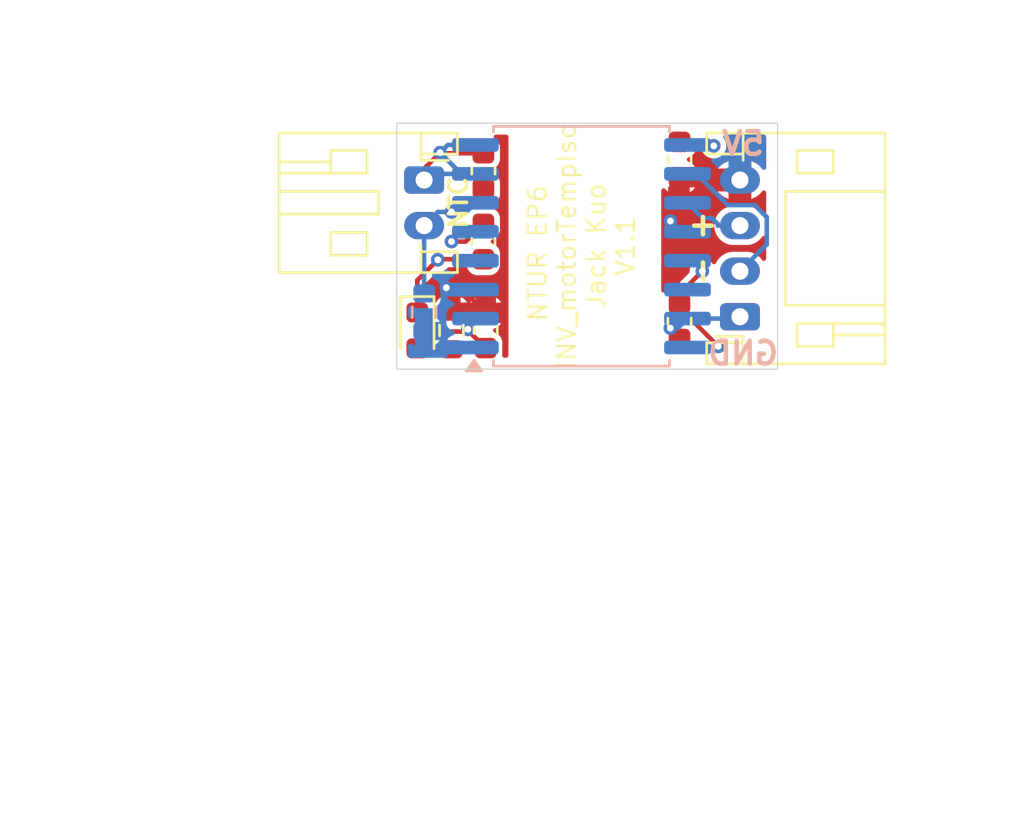
<source format=kicad_pcb>
(kicad_pcb (version 20240108) (generator "pcbnew") (generator_version "8.0")
  (title_block (title "INV_MotorTempIso") (date "2025-02-22") (rev "1.1") (company "NTURacing") (comment 1 "Jack Kuo 郭哲明"))
  (layers (0 "F.Cu" signal) (1 "In1.Cu" signal) (2 "In2.Cu" signal) (31 "B.Cu" signal) (34 "B.Paste" user) (35 "F.Paste" user) (36 "B.SilkS" user "B.Silkscreen") (37 "F.SilkS" user "F.Silkscreen") (38 "B.Mask" user) (39 "F.Mask" user) (44 "Edge.Cuts" user))
  (net 0 "")
  (net 1 "GND")
  (net 2 "+5V")
  (net 3 "/ISO_5V")
  (net 4 "/ISO_GND")
  (net 5 "Net-(D1-A)")
  (net 6 "/temp+")
  (net 7 "/temp-")
  (net 8 "Net-(U1-DCDC_IN)")
  (net 9 "Net-(J1-Pin_2)")
  (net 10 "Net-(U1-HLDO_OUT)")
  (footprint "LED_SMD:LED_0603_1608Metric" (layer "F.Cu") (at 123.3 97.1 -90)
    (property "Reference" "D1" (hide yes))
    (property "Value" "RED LED")
    (fp_line (start -1.485 0.735) (end 0.8 0.735) (stroke (width 0.12)) (layer "F.SilkS"))
    (fp_line (start -1.485 -0.735) (end -1.485 0.735) (stroke (width 0.12)) (layer "F.SilkS"))
    (fp_line (start 0.8 -0.735) (end -1.485 -0.735) (stroke (width 0.12)) (layer "F.SilkS"))
    (pad "1" smd roundrect (at -0.7875 0 270) (size 0.875 0.95) (layers "F.Cu" "F.Paste" "F.Mask") (net 4 "/ISO_GND"))
    (pad "2" smd roundrect (at 0.7875 0 270) (size 0.875 0.95) (layers "F.Cu" "F.Paste" "F.Mask") (net 5 "Net-(D1-A)"))
  )
  (footprint "Capacitor_SMD:C_0603_1608Metric" (layer "F.Cu") (at 134.8 96.7 -90)
    (property "Reference" "C11" (hide yes))
    (property "Value" "0u1")
    (fp_line (start -0.14058 0.51) (end 0.14058 0.51) (stroke (width 0.12)) (layer "F.SilkS"))
    (fp_line (start -0.14058 -0.51) (end 0.14058 -0.51) (stroke (width 0.12)) (layer "F.SilkS"))
    (pad "1" smd roundrect (at -0.775 0 270) (size 0.9 0.95) (layers "F.Cu" "F.Paste" "F.Mask") (net 8 "Net-(U1-DCDC_IN)"))
    (pad "2" smd roundrect (at 0.775 0 270) (size 0.9 0.95) (layers "F.Cu" "F.Paste" "F.Mask") (net 1 "GND"))
  )
  (footprint "Capacitor_SMD:C_0603_1608Metric" (layer "F.Cu") (at 126.2 90.1 90)
    (property "Reference" "C13" (hide yes))
    (property "Value" "0u1")
    (fp_line (start -0.14058 -0.51) (end 0.14058 -0.51) (stroke (width 0.12)) (layer "F.SilkS"))
    (fp_line (start -0.14058 0.51) (end 0.14058 0.51) (stroke (width 0.12)) (layer "F.SilkS"))
    (pad "1" smd roundrect (at -0.775 0 90) (size 0.9 0.95) (layers "F.Cu" "F.Paste" "F.Mask") (net 9 "Net-(J1-Pin_2)"))
    (pad "2" smd roundrect (at 0.775 0 90) (size 0.9 0.95) (layers "F.Cu" "F.Paste" "F.Mask") (net 4 "/ISO_GND"))
  )
  (footprint "Resistor_SMD:R_0603_1608Metric" (layer "F.Cu") (at 124.8 97.1 -90)
    (property "Reference" "R1" (hide yes))
    (property "Value" "10k")
    (fp_line (start -0.237258 0.5225) (end 0.237258 0.5225) (stroke (width 0.12)) (layer "F.SilkS"))
    (fp_line (start -0.237258 -0.5225) (end 0.237258 -0.5225) (stroke (width 0.12)) (layer "F.SilkS"))
    (pad "1" smd roundrect (at -0.825 0 270) (size 0.8 0.95) (layers "F.Cu" "F.Paste" "F.Mask") (net 3 "/ISO_5V"))
    (pad "2" smd roundrect (at 0.825 0 270) (size 0.8 0.95) (layers "F.Cu" "F.Paste" "F.Mask") (net 5 "Net-(D1-A)"))
  )
  (footprint "Capacitor_SMD:C_0603_1608Metric" (layer "F.Cu") (at 126.2 93.2 -90)
    (property "Reference" "C14" (hide yes))
    (property "Value" "1u")
    (fp_line (start -0.14058 0.51) (end 0.14058 0.51) (stroke (width 0.12)) (layer "F.SilkS"))
    (fp_line (start -0.14058 -0.51) (end 0.14058 -0.51) (stroke (width 0.12)) (layer "F.SilkS"))
    (pad "1" smd roundrect (at -0.775 0 270) (size 0.9 0.95) (layers "F.Cu" "F.Paste" "F.Mask") (net 10 "Net-(U1-HLDO_OUT)"))
    (pad "2" smd roundrect (at 0.775 0 270) (size 0.9 0.95) (layers "F.Cu" "F.Paste" "F.Mask") (net 4 "/ISO_GND"))
  )
  (footprint "Connector_JST:JST_PH_S4B-PH-K_1x04_P2.00mm_Horizontal" (layer "F.Cu") (at 137.45 96.5 90)
    (property "Reference" "J13" (hide yes))
    (property "Value" "motorTemp")
    (fp_line (start 8.06 -1.46) (end 7.14 -1.46) (stroke (width 0.12)) (layer "F.SilkS"))
    (fp_line (start 7.14 -1.46) (end 7.14 0.14) (stroke (width 0.12)) (layer "F.SilkS"))
    (fp_line (start -1.14 -1.46) (end -2.06 -1.46) (stroke (width 0.12)) (layer "F.SilkS"))
    (fp_line (start -2.06 -1.46) (end -2.06 6.36) (stroke (width 0.12)) (layer "F.SilkS"))
    (fp_line (start 8.06 0.14) (end 7.14 0.14) (stroke (width 0.12)) (layer "F.SilkS"))
    (fp_line (start 7.14 0.14) (end 6.86 0.14) (stroke (width 0.12)) (layer "F.SilkS"))
    (fp_line (start -0.86 0.14) (end -0.86 -1.075) (stroke (width 0.12)) (layer "F.SilkS"))
    (fp_line (start -0.86 0.14) (end -1.14 0.14) (stroke (width 0.12)) (layer "F.SilkS"))
    (fp_line (start -1.14 0.14) (end -1.14 -1.46) (stroke (width 0.12)) (layer "F.SilkS"))
    (fp_line (start -2.06 0.14) (end -1.14 0.14) (stroke (width 0.12)) (layer "F.SilkS"))
    (fp_line (start 5.5 2) (end 5.5 6.36) (stroke (width 0.12)) (layer "F.SilkS"))
    (fp_line (start 0.5 2) (end 5.5 2) (stroke (width 0.12)) (layer "F.SilkS"))
    (fp_line (start 7.3 2.5) (end 7.3 4.1) (stroke (width 0.12)) (layer "F.SilkS"))
    (fp_line (start 6.3 2.5) (end 7.3 2.5) (stroke (width 0.12)) (layer "F.SilkS"))
    (fp_line (start -0.3 2.5) (end -1.3 2.5) (stroke (width 0.12)) (layer "F.SilkS"))
    (fp_line (start -1.3 2.5) (end -1.3 4.1) (stroke (width 0.12)) (layer "F.SilkS"))
    (fp_line (start 7.3 4.1) (end 6.3 4.1) (stroke (width 0.12)) (layer "F.SilkS"))
    (fp_line (start 6.3 4.1) (end 6.3 2.5) (stroke (width 0.12)) (layer "F.SilkS"))
    (fp_line (start -0.3 4.1) (end -0.3 2.5) (stroke (width 0.12)) (layer "F.SilkS"))
    (fp_line (start -0.3 4.1) (end -0.3 6.36) (stroke (width 0.12)) (layer "F.SilkS"))
    (fp_line (start -0.8 4.1) (end -0.8 6.36) (stroke (width 0.12)) (layer "F.SilkS"))
    (fp_line (start -1.3 4.1) (end -0.3 4.1) (stroke (width 0.12)) (layer "F.SilkS"))
    (fp_line (start 8.06 6.36) (end 8.06 -1.46) (stroke (width 0.12)) (layer "F.SilkS"))
    (fp_line (start 0.5 6.36) (end 0.5 2) (stroke (width 0.12)) (layer "F.SilkS"))
    (fp_line (start -2.06 6.36) (end 8.06 6.36) (stroke (width 0.12)) (layer "F.SilkS"))
    (pad "1" thru_hole roundrect (at 0 0 90) (size 1.2 1.75) (drill 0.75) (layers "*.Cu" "*.Mask") (roundrect_rratio 0.208333) (net 1 "GND"))
    (pad "2" thru_hole oval (at 2 0 90) (size 1.2 1.75) (drill 0.75) (layers "*.Cu" "*.Mask") (net 7 "/temp-"))
    (pad "3" thru_hole oval (at 4 0 90) (size 1.2 1.75) (drill 0.75) (layers "*.Cu" "*.Mask") (net 6 "/temp+"))
    (pad "4" thru_hole oval (at 6 0 90) (size 1.2 1.75) (drill 0.75) (layers "*.Cu" "*.Mask") (net 2 "+5V"))
  )
  (footprint "Capacitor_SMD:C_0603_1608Metric" (layer "F.Cu") (at 134.8 89.6 90)
    (property "Reference" "C12" (hide yes))
    (property "Value" "1u")
    (fp_line (start -0.14058 -0.51) (end 0.14058 -0.51) (stroke (width 0.12)) (layer "F.SilkS"))
    (fp_line (start -0.14058 0.51) (end 0.14058 0.51) (stroke (width 0.12)) (layer "F.SilkS"))
    (pad "1" smd roundrect (at -0.775 0 90) (size 0.9 0.95) (layers "F.Cu" "F.Paste" "F.Mask") (net 2 "+5V"))
    (pad "2" smd roundrect (at 0.775 0 90) (size 0.9 0.95) (layers "F.Cu" "F.Paste" "F.Mask") (net 1 "GND"))
  )
  (footprint "Connector_JST:JST_PH_S2B-PH-K_1x02_P2.00mm_Horizontal" (layer "F.Cu") (at 123.6 90.5 -90)
    (property "Reference" "J1" (hide yes))
    (property "Value" "motorNTC")
    (fp_line (start -2.06 6.36) (end 4.06 6.36) (stroke (width 0.12)) (layer "F.SilkS"))
    (fp_line (start 0.5 6.36) (end 0.5 2) (stroke (width 0.12)) (layer "F.SilkS"))
    (fp_line (start 4.06 6.36) (end 4.06 -1.46) (stroke (width 0.12)) (layer "F.SilkS"))
    (fp_line (start -1.3 4.1) (end -0.3 4.1) (stroke (width 0.12)) (layer "F.SilkS"))
    (fp_line (start -0.8 4.1) (end -0.8 6.36) (stroke (width 0.12)) (layer "F.SilkS"))
    (fp_line (start -0.3 4.1) (end -0.3 6.36) (stroke (width 0.12)) (layer "F.SilkS"))
    (fp_line (start -0.3 4.1) (end -0.3 2.5) (stroke (width 0.12)) (layer "F.SilkS"))
    (fp_line (start 2.3 4.1) (end 2.3 2.5) (stroke (width 0.12)) (layer "F.SilkS"))
    (fp_line (start 3.3 4.1) (end 2.3 4.1) (stroke (width 0.12)) (layer "F.SilkS"))
    (fp_line (start -1.3 2.5) (end -1.3 4.1) (stroke (width 0.12)) (layer "F.SilkS"))
    (fp_line (start -0.3 2.5) (end -1.3 2.5) (stroke (width 0.12)) (layer "F.SilkS"))
    (fp_line (start 2.3 2.5) (end 3.3 2.5) (stroke (width 0.12)) (layer "F.SilkS"))
    (fp_line (start 3.3 2.5) (end 3.3 4.1) (stroke (width 0.12)) (layer "F.SilkS"))
    (fp_line (start 0.5 2) (end 1.5 2) (stroke (width 0.12)) (layer "F.SilkS"))
    (fp_line (start 1.5 2) (end 1.5 6.36) (stroke (width 0.12)) (layer "F.SilkS"))
    (fp_line (start -2.06 0.14) (end -1.14 0.14) (stroke (width 0.12)) (layer "F.SilkS"))
    (fp_line (start -1.14 0.14) (end -1.14 -1.46) (stroke (width 0.12)) (layer "F.SilkS"))
    (fp_line (start -0.86 0.14) (end -1.14 0.14) (stroke (width 0.12)) (layer "F.SilkS"))
    (fp_line (start -0.86 0.14) (end -0.86 -1.075) (stroke (width 0.12)) (layer "F.SilkS"))
    (fp_line (start 3.14 0.14) (end 2.86 0.14) (stroke (width 0.12)) (layer "F.SilkS"))
    (fp_line (start 4.06 0.14) (end 3.14 0.14) (stroke (width 0.12)) (layer "F.SilkS"))
    (fp_line (start -2.06 -1.46) (end -2.06 6.36) (stroke (width 0.12)) (layer "F.SilkS"))
    (fp_line (start -1.14 -1.46) (end -2.06 -1.46) (stroke (width 0.12)) (layer "F.SilkS"))
    (fp_line (start 3.14 -1.46) (end 3.14 0.14) (stroke (width 0.12)) (layer "F.SilkS"))
    (fp_line (start 4.06 -1.46) (end 3.14 -1.46) (stroke (width 0.12)) (layer "F.SilkS"))
    (pad "1" thru_hole roundrect (at 0 0 270) (size 1.2 1.75) (drill 0.75) (layers "*.Cu" "*.Mask") (roundrect_rratio 0.208333) (net 4 "/ISO_GND"))
    (pad "2" thru_hole oval (at 2 0 270) (size 1.2 1.75) (drill 0.75) (layers "*.Cu" "*.Mask") (net 9 "Net-(J1-Pin_2)"))
  )
  (footprint "Capacitor_SMD:C_0603_1608Metric" (layer "F.Cu") (at 126.3 97.1 -90)
    (property "Reference" "C10" (hide yes))
    (property "Value" "220n")
    (fp_line (start -0.14058 0.51) (end 0.14058 0.51) (stroke (width 0.12)) (layer "F.SilkS"))
    (fp_line (start -0.14058 -0.51) (end 0.14058 -0.51) (stroke (width 0.12)) (layer "F.SilkS"))
    (pad "1" smd roundrect (at -0.775 0 270) (size 0.9 0.95) (layers "F.Cu" "F.Paste" "F.Mask") (net 3 "/ISO_5V"))
    (pad "2" smd roundrect (at 0.775 0 270) (size 0.9 0.95) (layers "F.Cu" "F.Paste" "F.Mask") (net 4 "/ISO_GND"))
  )
  (footprint "Package_SO:SOIC-16W_7.5x10.3mm_P1.27mm" (layer "B.Cu") (at 130.5 93.405)
    (property "Reference" "U1" (hide yes))
    (property "Value" "AMC3311")
    (fp_line (start -3.86 -5.26) (end 0 -5.26) (stroke (width 0.12)) (layer "B.SilkS"))
    (fp_line (start -3.86 -5.005) (end -3.86 -5.26) (stroke (width 0.12)) (layer "B.SilkS"))
    (fp_line (start -3.86 5.005) (end -3.86 5.26) (stroke (width 0.12)) (layer "B.SilkS"))
    (fp_line (start -3.86 5.26) (end 0 5.26) (stroke (width 0.12)) (layer "B.SilkS"))
    (fp_line (start 3.86 -5.26) (end 0 -5.26) (stroke (width 0.12)) (layer "B.SilkS"))
    (fp_line (start 3.86 -5.005) (end 3.86 -5.26) (stroke (width 0.12)) (layer "B.SilkS"))
    (fp_line (start 3.86 5.005) (end 3.86 5.26) (stroke (width 0.12)) (layer "B.SilkS"))
    (fp_line (start 3.86 5.26) (end 0 5.26) (stroke (width 0.12)) (layer "B.SilkS"))
    (fp_poly (pts (xy -4.7125 5.005) (xy -5.0525 5.475) (xy -4.3725 5.475) (xy -4.7125 5.005)) (stroke (width 0.12)) (fill solid) (layer "B.SilkS"))
    (pad "1" smd roundrect (at -4.65 4.445) (size 2.05 0.6) (layers "B.Cu" "B.Paste" "B.Mask") (net 3 "/ISO_5V"))
    (pad "2" smd roundrect (at -4.65 3.175) (size 2.05 0.6) (layers "B.Cu" "B.Paste" "B.Mask") (net 4 "/ISO_GND"))
    (pad "3" smd roundrect (at -4.65 1.905) (size 2.05 0.6) (layers "B.Cu" "B.Paste" "B.Mask") (net 3 "/ISO_5V"))
    (pad "4" smd roundrect (at -4.65 0.635) (size 2.05 0.6) (layers "B.Cu" "B.Paste" "B.Mask"))
    (pad "5" smd roundrect (at -4.65 -0.635) (size 2.05 0.6) (layers "B.Cu" "B.Paste" "B.Mask") (net 10 "Net-(U1-HLDO_OUT)"))
    (pad "6" smd roundrect (at -4.65 -1.905) (size 2.05 0.6) (layers "B.Cu" "B.Paste" "B.Mask") (net 9 "Net-(J1-Pin_2)"))
    (pad "7" smd roundrect (at -4.65 -3.175) (size 2.05 0.6) (layers "B.Cu" "B.Paste" "B.Mask") (net 4 "/ISO_GND"))
    (pad "8" smd roundrect (at -4.65 -4.445) (size 2.05 0.6) (layers "B.Cu" "B.Paste" "B.Mask") (net 4 "/ISO_GND"))
    (pad "9" smd roundrect (at 4.65 -4.445) (size 2.05 0.6) (layers "B.Cu" "B.Paste" "B.Mask") (net 1 "GND"))
    (pad "10" smd roundrect (at 4.65 -3.175) (size 2.05 0.6) (layers "B.Cu" "B.Paste" "B.Mask") (net 7 "/temp-"))
    (pad "11" smd roundrect (at 4.65 -1.905) (size 2.05 0.6) (layers "B.Cu" "B.Paste" "B.Mask") (net 6 "/temp+"))
    (pad "12" smd roundrect (at 4.65 -0.635) (size 2.05 0.6) (layers "B.Cu" "B.Paste" "B.Mask") (net 2 "+5V"))
    (pad "13" smd roundrect (at 4.65 0.635) (size 2.05 0.6) (layers "B.Cu" "B.Paste" "B.Mask") (net 8 "Net-(U1-DCDC_IN)"))
    (pad "14" smd roundrect (at 4.65 1.905) (size 2.05 0.6) (layers "B.Cu" "B.Paste" "B.Mask"))
    (pad "15" smd roundrect (at 4.65 3.175) (size 2.05 0.6) (layers "B.Cu" "B.Paste" "B.Mask") (net 1 "GND"))
    (pad "16" smd roundrect (at 4.65 4.445) (size 2.05 0.6) (layers "B.Cu" "B.Paste" "B.Mask") (net 8 "Net-(U1-DCDC_IN)"))
  )
  (footprint "Resistor_SMD:R_0603_1608Metric" (layer "B.Cu") (at 123.6 96.3 90)
    (property "Reference" "R2" (hide yes))
    (property "Value" "1k")
    (fp_line (start 0.237258 -0.5225) (end -0.237258 -0.5225) (stroke (width 0.12)) (layer "B.SilkS"))
    (fp_line (start 0.237258 0.5225) (end -0.237258 0.5225) (stroke (width 0.12)) (layer "B.SilkS"))
    (pad "1" smd roundrect (at -0.825 0 90) (size 0.8 0.95) (layers "B.Cu" "B.Paste" "B.Mask") (net 3 "/ISO_5V"))
    (pad "2" smd roundrect (at 0.825 0 90) (size 0.8 0.95) (layers "B.Cu" "B.Paste" "B.Mask") (net 9 "Net-(J1-Pin_2)"))
  )
  (gr_rect (start 122.4 88.005) (end 139.1 98.8) (stroke (width 0.05)) (fill none) (layer "Edge.Cuts"))
  (gr_text "5V" (at 137.59 88.9 0) (layer "B.SilkS") (effects (font (size 1 1) (thickness 0.2) (bold yes)) (justify mirror)))
  (gr_text "GND" (at 137.59 98.1 0) (layer "B.SilkS") (effects (font (size 1 1) (thickness 0.2) (bold yes)) (justify mirror)))
  (gr_text "+ -" (at 135.9 93.5 -90) (layer "F.SilkS") (effects (font (size 1 1) (thickness 0.2) (bold yes))))
  (gr_text "NTUR EP6 \nINV_motorTempIso\nJack Kuo\nV1.1" (at 130.5 93.405 90) (layer "F.SilkS") (effects (font (size 0.8 0.8) (thickness 0.1))))
  (gr_text "NTC" (at 125.1 91.5 90) (layer "F.SilkS") (effects (font (size 0.8 0.8) (thickness 0.16) (bold yes))))
  (segment (start 134.8 97.4) (end 134.4 97) (width 0.2) (layer "F.Cu") (net 1))
  (segment (start 136.125 88.825) (end 134.8 88.825) (width 0.2) (layer "F.Cu") (net 1))
  (segment (start 134.8 97.475) (end 134.8 97.4) (width 0.2) (layer "F.Cu") (net 1))
  (segment (start 136.3 89) (end 136.125 88.825) (width 0.2) (layer "F.Cu") (net 1))
  (via (at 136.3 89) (size 0.6) (drill 0.3) (layers "F.Cu" "B.Cu") (net 1))
  (via (at 134.4 97) (size 0.6) (drill 0.3) (layers "F.Cu" "B.Cu") (net 1))
  (segment (start 136.26 88.96) (end 135.15 88.96) (width 0.2) (layer "B.Cu") (net 1))
  (segment (start 134.4 97) (end 134.73 97) (width 0.2) (layer "B.Cu") (net 1))
  (segment (start 135.15 96.58) (end 137.37 96.58) (width 0.2) (layer "B.Cu") (net 1))
  (segment (start 137.37 96.58) (end 137.45 96.5) (width 0.2) (layer "B.Cu") (net 1))
  (segment (start 136.3 89) (end 136.26 88.96) (width 0.2) (layer "B.Cu") (net 1))
  (segment (start 134.73 97) (end 135.15 96.58) (width 0.2) (layer "B.Cu") (net 1))
  (segment (start 134.4 92.3) (end 134.4 90.875) (width 0.2) (layer "F.Cu") (net 2))
  (segment (start 134.4 90.875) (end 134.8 90.475) (width 0.2) (layer "F.Cu") (net 2))
  (via (at 134.4 92.3) (size 0.6) (drill 0.3) (layers "F.Cu" "B.Cu") (net 2))
  (segment (start 135.15 92.77) (end 134.87 92.77) (width 0.2) (layer "B.Cu") (net 2))
  (segment (start 134.87 92.77) (end 134.4 92.3) (width 0.2) (layer "B.Cu") (net 2))
  (segment (start 125.200645 95.225645) (end 126.3 96.325) (width 0.2) (layer "F.Cu") (net 3))
  (segment (start 124.574121 95.225645) (end 125.200645 95.225645) (width 0.2) (layer "F.Cu") (net 3))
  (via (at 124.574121 95.225645) (size 0.6) (drill 0.3) (layers "F.Cu" "B.Cu") (net 3))
  (segment (start 123.6 90.5) (end 123.6 90) (width 0.2) (layer "F.Cu") (net 4))
  (segment (start 123.3 94.9) (end 124.2 94) (width 0.2) (layer "F.Cu") (net 4))
  (segment (start 125.575 97.15) (end 124.1375 97.15) (width 0.2) (layer "F.Cu") (net 4))
  (segment (start 126.2 93.975) (end 124.225 93.975) (width 0.2) (layer "F.Cu") (net 4))
  (segment (start 124.325 89.325) (end 124.3 89.3) (width 0.2) (layer "F.Cu") (net 4))
  (segment (start 124.225 93.975) (end 124.2 94) (width 0.2) (layer "F.Cu") (net 4))
  (segment (start 124.1375 97.15) (end 123.3 96.3125) (width 0.2) (layer "F.Cu") (net 4))
  (segment (start 123.3 96.3125) (end 123.3 94.9) (width 0.2) (layer "F.Cu") (net 4))
  (segment (start 126.2 89.325) (end 124.325 89.325) (width 0.2) (layer "F.Cu") (net 4))
  (segment (start 123.6 90) (end 124.3 89.3) (width 0.2) (layer "F.Cu") (net 4))
  (segment (start 126.3 97.875) (end 125.575 97.15) (width 0.2) (layer "F.Cu") (net 4))
  (via (at 125.519136 97.050001) (size 0.6) (drill 0.3) (layers "F.Cu" "B.Cu") (net 4))
  (via (at 124.3 89.3) (size 0.6) (drill 0.3) (layers "F.Cu" "B.Cu") (net 4))
  (via (at 124.2 94) (size 0.6) (drill 0.3) (layers "F.Cu" "B.Cu") (net 4))
  (segment (start 125.85 96.58) (end 125.85 96.719137) (width 0.2) (layer "B.Cu") (net 4))
  (segment (start 125.85 88.96) (end 124.64 88.96) (width 0.2) (layer "B.Cu") (net 4))
  (segment (start 123.87 90.23) (end 123.6 90.5) (width 0.2) (layer "B.Cu") (net 4))
  (segment (start 125.85 90.23) (end 125.23 90.23) (width 0.2) (layer "B.Cu") (net 4))
  (segment (start 125.23 90.23) (end 124.3 89.3) (width 0.2) (layer "B.Cu") (net 4))
  (segment (start 125.85 90.23) (end 123.87 90.23) (width 0.2) (layer "B.Cu") (net 4))
  (segment (start 124.64 88.96) (end 124.3 89.3) (width 0.2) (layer "B.Cu") (net 4))
  (segment (start 125.85 96.719137) (end 125.519136 97.050001) (width 0.2) (layer "B.Cu") (net 4))
  (segment (start 123.3 97.8875) (end 124.7625 97.8875) (width 0.2) (layer "F.Cu") (net 5))
  (segment (start 124.7625 97.8875) (end 124.8 97.925) (width 0.2) (layer "F.Cu") (net 5))
  (segment (start 136.475 92.429448) (end 136.215552 92.17) (width 0.2) (layer "B.Cu") (net 6))
  (segment (start 136.215552 92.17) (end 135.82 92.17) (width 0.2) (layer "B.Cu") (net 6))
  (segment (start 136.475 92.5) (end 136.475 92.429448) (width 0.2) (layer "B.Cu") (net 6))
  (segment (start 135.82 92.17) (end 135.15 91.5) (width 0.2) (layer "B.Cu") (net 6))
  (segment (start 137.45 92.5) (end 136.475 92.5) (width 0.2) (layer "B.Cu") (net 6))
  (segment (start 137.45 94.5) (end 138.625 93.325) (width 0.2) (layer "B.Cu") (net 7))
  (segment (start 138.097792 91.6) (end 136.915552 91.6) (width 0.2) (layer "B.Cu") (net 7))
  (segment (start 138.625 92.127208) (end 138.097792 91.6) (width 0.2) (layer "B.Cu") (net 7))
  (segment (start 135.545552 90.23) (end 135.15 90.23) (width 0.2) (layer "B.Cu") (net 7))
  (segment (start 138.625 93.325) (end 138.625 92.127208) (width 0.2) (layer "B.Cu") (net 7))
  (segment (start 136.915552 91.6) (end 135.545552 90.23) (width 0.2) (layer "B.Cu") (net 7))
  (segment (start 136.5 97.8) (end 134.8 96.1) (width 0.2) (layer "F.Cu") (net 8))
  (segment (start 134.8 96.1) (end 134.8 95.925) (width 0.2) (layer "F.Cu") (net 8))
  (segment (start 134.8 95.5) (end 134.8 95.925) (width 0.2) (layer "F.Cu") (net 8))
  (segment (start 135.8 94.5) (end 134.8 95.5) (width 0.2) (layer "F.Cu") (net 8))
  (via (at 135.8 94.5) (size 0.6) (drill 0.3) (layers "F.Cu" "B.Cu") (net 8))
  (via (at 136.5 97.8) (size 0.6) (drill 0.3) (layers "F.Cu" "B.Cu") (net 8))
  (segment (start 136.45 97.85) (end 136.5 97.8) (width 0.2) (layer "B.Cu") (net 8))
  (segment (start 135.15 97.85) (end 136.45 97.85) (width 0.2) (layer "B.Cu") (net 8))
  (segment (start 124.8 91.9) (end 125.175 91.9) (width 0.2) (layer "F.Cu") (net 9))
  (segment (start 125.175 91.9) (end 126.2 90.875) (width 0.2) (layer "F.Cu") (net 9))
  (via (at 124.8 91.9) (size 0.6) (drill 0.3) (layers "F.Cu" "B.Cu") (net 9))
  (segment (start 124.8 91.9) (end 124.2 91.9) (width 0.2) (layer "B.Cu") (net 9))
  (segment (start 125.45 91.9) (end 125.85 91.5) (width 0.2) (layer "B.Cu") (net 9))
  (segment (start 124.2 91.9) (end 123.6 92.5) (width 0.2) (layer "B.Cu") (net 9))
  (segment (start 124.8 91.9) (end 125.45 91.9) (width 0.2) (layer "B.Cu") (net 9))
  (segment (start 123.6 95.475) (end 123.6 92.5) (width 0.2) (layer "B.Cu") (net 9))
  (segment (start 125.425 93.2) (end 126.2 92.425) (width 0.2) (layer "F.Cu") (net 10))
  (segment (start 124.8 93.2) (end 125.425 93.2) (width 0.2) (layer "F.Cu") (net 10))
  (via (at 124.8 93.2) (size 0.6) (drill 0.3) (layers "F.Cu" "B.Cu") (net 10))
  (zone (net 2) (net_name "+5V") (layers "F&B.Cu") (connect_pads (clearance 0.25)) (min_thickness 0.2) (fill yes (thermal_gap 0.25) (thermal_bridge_width 1))
    (polygon (pts (xy 145.1 85.2) (xy 145.1 103.8) (xy 134.1 103.8) (xy 134 103.7) (xy 134 85.2)))
  )
  (zone (net 3) (net_name "/ISO_5V") (layers "F&B.Cu") (connect_pads (clearance 0.25)) (min_thickness 0.2) (fill yes (thermal_gap 0.25) (thermal_bridge_width 1))
    (polygon (pts (xy 127.3 82.6) (xy 127.3 101.2) (xy 116.3 101.2) (xy 116.2 101.1) (xy 116.2 82.6)))
  )
)
</source>
